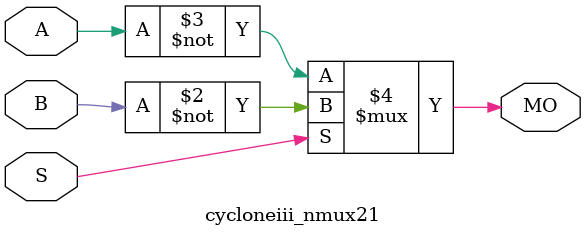
<source format=v>
module cycloneiii_nmux21 (MO, A, B, S);
   input A, B, S; 
   output MO; 
   assign MO = (S == 1) ? ~B : ~A; 
endmodule
</source>
